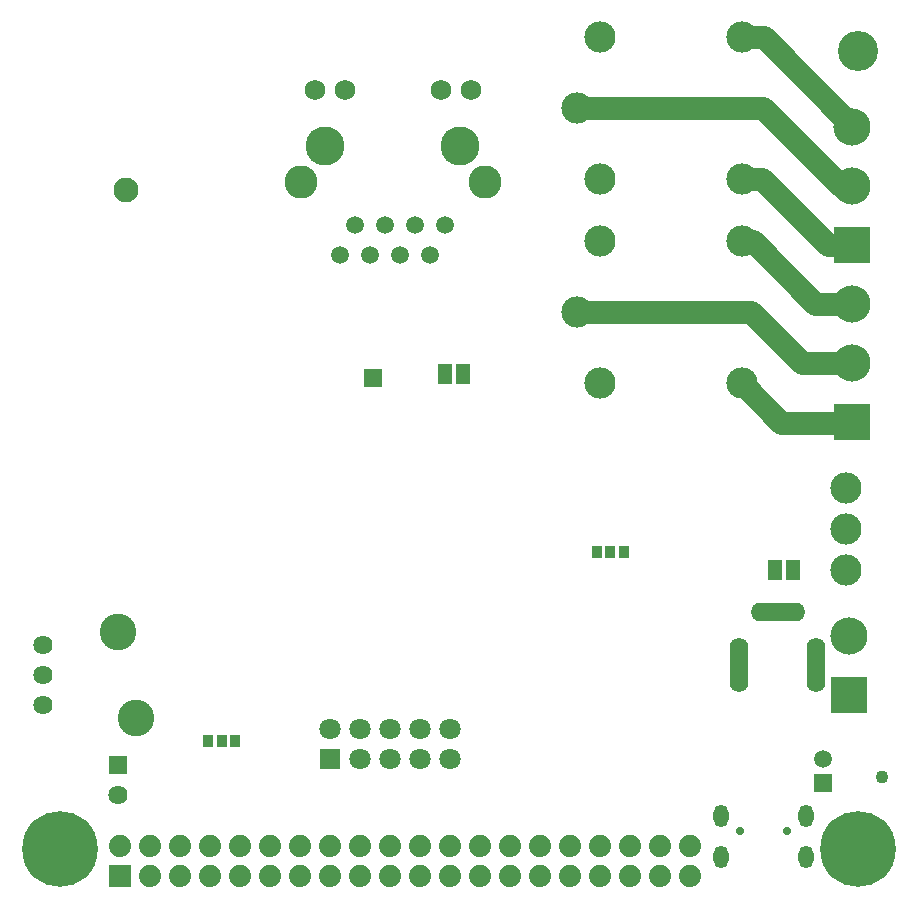
<source format=gbr>
G04 #@! TF.GenerationSoftware,KiCad,Pcbnew,5.1.6-c6e7f7d~87~ubuntu18.04.1*
G04 #@! TF.CreationDate,2022-01-18T16:37:38+02:00*
G04 #@! TF.ProjectId,ESP32-EVB_Rev_J,45535033-322d-4455-9642-5f5265765f4a,J*
G04 #@! TF.SameCoordinates,Original*
G04 #@! TF.FileFunction,Soldermask,Bot*
G04 #@! TF.FilePolarity,Negative*
%FSLAX46Y46*%
G04 Gerber Fmt 4.6, Leading zero omitted, Abs format (unit mm)*
G04 Created by KiCad (PCBNEW 5.1.6-c6e7f7d~87~ubuntu18.04.1) date 2022-01-18 16:37:38*
%MOMM*%
%LPD*%
G01*
G04 APERTURE LIST*
%ADD10C,1.905000*%
%ADD11C,2.101600*%
%ADD12O,4.601600X1.601600*%
%ADD13O,1.601600X4.601600*%
%ADD14C,1.879600*%
%ADD15R,1.879600X1.879600*%
%ADD16C,1.801600*%
%ADD17R,1.801600X1.801600*%
%ADD18C,2.641600*%
%ADD19C,3.301600*%
%ADD20C,1.751600*%
%ADD21C,2.801600*%
%ADD22C,1.511600*%
%ADD23R,1.501600X1.501600*%
%ADD24C,1.501600*%
%ADD25C,0.701600*%
%ADD26O,1.301600X1.901600*%
%ADD27R,1.524000X1.524000*%
%ADD28C,3.149600*%
%ADD29R,3.149600X3.149600*%
%ADD30R,1.625600X1.625600*%
%ADD31C,1.625600*%
%ADD32C,3.101600*%
%ADD33R,1.270000X1.701800*%
%ADD34C,1.301600*%
%ADD35C,6.401600*%
%ADD36C,1.101600*%
%ADD37C,3.401600*%
%ADD38R,0.863600X1.117600*%
G04 APERTURE END LIST*
D10*
X133045200Y-69189600D02*
X131165600Y-69189600D01*
X140512800Y-76657200D02*
X133045200Y-69189600D01*
X132943600Y-75184000D02*
X117195600Y-75184000D01*
X139547600Y-81788000D02*
X132943600Y-75184000D01*
X140512800Y-81788000D02*
X139547600Y-81788000D01*
X132842000Y-81178400D02*
X131165600Y-81178400D01*
X138430000Y-86766400D02*
X132842000Y-81178400D01*
X140563600Y-86766400D02*
X138430000Y-86766400D01*
X132080000Y-86461600D02*
X131165600Y-86461600D01*
X137363200Y-91744800D02*
X132080000Y-86461600D01*
X140512800Y-91744800D02*
X137363200Y-91744800D01*
X131978400Y-92456000D02*
X117195600Y-92456000D01*
X136296400Y-96774000D02*
X131978400Y-92456000D01*
X140360400Y-96774000D02*
X136296400Y-96774000D01*
X134518400Y-101803200D02*
X131165600Y-98450400D01*
X140258800Y-101803200D02*
X134518400Y-101803200D01*
D11*
X79010000Y-82083000D03*
D12*
X134237000Y-117869000D03*
D13*
X137437000Y-122319000D03*
X130937000Y-122319000D03*
D14*
X101346000Y-137668000D03*
X101346000Y-140208000D03*
X98806000Y-137668000D03*
X98806000Y-140208000D03*
X96266000Y-137668000D03*
X96266000Y-140208000D03*
X93726000Y-137668000D03*
X93726000Y-140208000D03*
X91186000Y-137668000D03*
X91186000Y-140208000D03*
X81026000Y-137668000D03*
X81026000Y-140208000D03*
X78486000Y-137668000D03*
D15*
X78486000Y-140208000D03*
D14*
X83566000Y-140208000D03*
X83566000Y-137668000D03*
X86106000Y-137668000D03*
X86106000Y-140208000D03*
X88646000Y-140208000D03*
X88646000Y-137668000D03*
X114046000Y-137668000D03*
X114046000Y-140208000D03*
X111506000Y-140208000D03*
X111506000Y-137668000D03*
X108966000Y-137668000D03*
X108966000Y-140208000D03*
X103886000Y-140208000D03*
X103886000Y-137668000D03*
X106426000Y-140208000D03*
X106426000Y-137668000D03*
X116586000Y-140208000D03*
X116586000Y-137668000D03*
X119126000Y-140208000D03*
X119126000Y-137668000D03*
X121666000Y-140208000D03*
X121666000Y-137668000D03*
X124206000Y-140208000D03*
X124206000Y-137668000D03*
X126746000Y-140208000D03*
X126746000Y-137668000D03*
D16*
X106426000Y-127762000D03*
X106426000Y-130302000D03*
X103886000Y-127762000D03*
X103886000Y-130302000D03*
X101346000Y-127762000D03*
X101346000Y-130302000D03*
X98806000Y-127762000D03*
X98806000Y-130302000D03*
X96266000Y-127762000D03*
D17*
X96266000Y-130302000D03*
D18*
X140000000Y-114315000D03*
X140000000Y-107315000D03*
X140000000Y-110815000D03*
D19*
X95885000Y-78359000D03*
X107315000Y-78359000D03*
D20*
X105670000Y-73610500D03*
X94990000Y-73610500D03*
D21*
X93800000Y-81409000D03*
X109400000Y-81409000D03*
D20*
X108210000Y-73610500D03*
X97530000Y-73610500D03*
D22*
X97165000Y-87599000D03*
X98435000Y-85059000D03*
X99705000Y-87599000D03*
X100975000Y-85059000D03*
X102245000Y-87599000D03*
X103515000Y-85059000D03*
X104785000Y-87599000D03*
X106055000Y-85059000D03*
D18*
X117176000Y-75184000D03*
X131176000Y-81184000D03*
X131176000Y-69184000D03*
X119176000Y-69184000D03*
X119176000Y-81184000D03*
X117176000Y-92456000D03*
X131176000Y-98456000D03*
X131176000Y-86456000D03*
X119176000Y-86456000D03*
X119176000Y-98456000D03*
D23*
X138046460Y-132326380D03*
D24*
X138043920Y-130314700D03*
D25*
X131000000Y-136403000D03*
X135000000Y-136403000D03*
D26*
X129400000Y-138553000D03*
X129400000Y-135083000D03*
X136600000Y-135083000D03*
X136600000Y-138553000D03*
D27*
X99949000Y-98044000D03*
D28*
X140500000Y-76774000D03*
D29*
X140500000Y-86774000D03*
D28*
X140500000Y-81774000D03*
X140500000Y-91774000D03*
D29*
X140500000Y-101774000D03*
D28*
X140500000Y-96774000D03*
D30*
X78359000Y-130810000D03*
D31*
X78359000Y-133350000D03*
D32*
X79909000Y-126840000D03*
X78309000Y-119540000D03*
D31*
X72009000Y-125730000D03*
X72009000Y-123190000D03*
X72009000Y-120650000D03*
D33*
X135509000Y-114300000D03*
X133985000Y-114300000D03*
X133985000Y-114300000D03*
D34*
X70993000Y-137922000D03*
X75819000Y-137922000D03*
X75057000Y-139573000D03*
X71755000Y-139700000D03*
X75057000Y-136271000D03*
X71755000Y-136271000D03*
X73406000Y-140335000D03*
X73406000Y-135509000D03*
D35*
X73406000Y-137922000D03*
D34*
X138557000Y-137922000D03*
X143383000Y-137922000D03*
X142621000Y-139573000D03*
X139319000Y-139700000D03*
X142621000Y-136271000D03*
X139319000Y-136271000D03*
X140970000Y-140335000D03*
X140970000Y-135509000D03*
D35*
X140970000Y-137922000D03*
D29*
X140208000Y-124895000D03*
D28*
X140208000Y-119895000D03*
D36*
X143002000Y-131826000D03*
D37*
X140970000Y-70358000D03*
D33*
X106045000Y-97663000D03*
X107569000Y-97663000D03*
X107569000Y-97663000D03*
D38*
X118872000Y-112776000D03*
X120015000Y-112776000D03*
X121158000Y-112776000D03*
X88265000Y-128778000D03*
X87122000Y-128778000D03*
X85979000Y-128778000D03*
M02*

</source>
